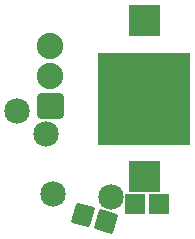
<source format=gts>
G04 MADE WITH FRITZING*
G04 WWW.FRITZING.ORG*
G04 DOUBLE SIDED*
G04 HOLES PLATED*
G04 CONTOUR ON CENTER OF CONTOUR VECTOR*
%ASAXBY*%
%FSLAX23Y23*%
%MOIN*%
%OFA0B0*%
%SFA1.0B1.0*%
%ADD10C,0.088000*%
%ADD11C,0.103000*%
%ADD12C,0.085000*%
%ADD13R,0.309999X0.310000*%
%ADD14R,0.065118X0.069055*%
%ADD15C,0.000100*%
%ADD16C,0.030000*%
%ADD17C,0.010000*%
%ADD18R,0.001000X0.001000*%
%LNMASK1*%
G90*
G70*
G54D10*
X174Y442D03*
X174Y542D03*
X174Y642D03*
G54D11*
X489Y726D03*
X489Y206D03*
X489Y726D03*
X489Y206D03*
G54D12*
X161Y347D03*
X377Y139D03*
X66Y424D03*
X184Y148D03*
G54D13*
X489Y466D03*
G54D14*
X539Y115D03*
X459Y115D03*
G54D15*
G36*
X145Y413D02*
X145Y471D01*
X203Y471D01*
X203Y413D01*
X145Y413D01*
G37*
G54D16*
X145Y413D02*
X145Y471D01*
X203Y471D01*
X203Y413D01*
X145Y413D01*
D02*
G54D15*
G36*
X326Y37D02*
X342Y94D01*
X395Y78D01*
X379Y22D01*
X326Y37D01*
G37*
G54D17*
X326Y37D02*
X342Y94D01*
X395Y78D01*
X379Y22D01*
X326Y37D01*
D02*
G54D15*
G36*
X248Y59D02*
X264Y116D01*
X317Y101D01*
X301Y44D01*
X248Y59D01*
G37*
G54D17*
X248Y59D02*
X264Y116D01*
X317Y101D01*
X301Y44D01*
X248Y59D01*
D02*
G54D18*
X438Y777D02*
X539Y777D01*
X438Y776D02*
X540Y776D01*
X438Y775D02*
X540Y775D01*
X438Y774D02*
X540Y774D01*
X438Y773D02*
X540Y773D01*
X438Y772D02*
X540Y772D01*
X438Y771D02*
X540Y771D01*
X438Y770D02*
X540Y770D01*
X438Y769D02*
X540Y769D01*
X438Y768D02*
X540Y768D01*
X438Y767D02*
X540Y767D01*
X438Y766D02*
X540Y766D01*
X438Y765D02*
X540Y765D01*
X438Y764D02*
X540Y764D01*
X438Y763D02*
X540Y763D01*
X438Y762D02*
X540Y762D01*
X438Y761D02*
X540Y761D01*
X438Y760D02*
X540Y760D01*
X438Y759D02*
X540Y759D01*
X438Y758D02*
X540Y758D01*
X438Y757D02*
X487Y757D01*
X490Y757D02*
X540Y757D01*
X438Y756D02*
X480Y756D01*
X498Y756D02*
X540Y756D01*
X438Y755D02*
X477Y755D01*
X501Y755D02*
X540Y755D01*
X438Y754D02*
X475Y754D01*
X503Y754D02*
X540Y754D01*
X438Y753D02*
X473Y753D01*
X505Y753D02*
X540Y753D01*
X438Y752D02*
X471Y752D01*
X507Y752D02*
X540Y752D01*
X438Y751D02*
X470Y751D01*
X508Y751D02*
X540Y751D01*
X438Y750D02*
X469Y750D01*
X509Y750D02*
X540Y750D01*
X438Y749D02*
X467Y749D01*
X510Y749D02*
X540Y749D01*
X438Y748D02*
X466Y748D01*
X512Y748D02*
X540Y748D01*
X438Y747D02*
X465Y747D01*
X512Y747D02*
X540Y747D01*
X438Y746D02*
X465Y746D01*
X513Y746D02*
X540Y746D01*
X438Y745D02*
X464Y745D01*
X514Y745D02*
X540Y745D01*
X438Y744D02*
X463Y744D01*
X515Y744D02*
X540Y744D01*
X438Y743D02*
X462Y743D01*
X516Y743D02*
X540Y743D01*
X438Y742D02*
X462Y742D01*
X516Y742D02*
X540Y742D01*
X438Y741D02*
X461Y741D01*
X517Y741D02*
X540Y741D01*
X438Y740D02*
X460Y740D01*
X518Y740D02*
X540Y740D01*
X438Y739D02*
X460Y739D01*
X518Y739D02*
X540Y739D01*
X438Y738D02*
X459Y738D01*
X518Y738D02*
X540Y738D01*
X438Y737D02*
X459Y737D01*
X519Y737D02*
X540Y737D01*
X438Y736D02*
X459Y736D01*
X519Y736D02*
X540Y736D01*
X438Y735D02*
X458Y735D01*
X520Y735D02*
X540Y735D01*
X438Y734D02*
X458Y734D01*
X520Y734D02*
X540Y734D01*
X438Y733D02*
X458Y733D01*
X520Y733D02*
X540Y733D01*
X438Y732D02*
X458Y732D01*
X520Y732D02*
X540Y732D01*
X438Y731D02*
X457Y731D01*
X520Y731D02*
X540Y731D01*
X438Y730D02*
X457Y730D01*
X521Y730D02*
X540Y730D01*
X438Y729D02*
X457Y729D01*
X521Y729D02*
X540Y729D01*
X438Y728D02*
X457Y728D01*
X521Y728D02*
X540Y728D01*
X438Y727D02*
X457Y727D01*
X521Y727D02*
X540Y727D01*
X438Y726D02*
X457Y726D01*
X521Y726D02*
X540Y726D01*
X438Y725D02*
X457Y725D01*
X521Y725D02*
X540Y725D01*
X438Y724D02*
X457Y724D01*
X521Y724D02*
X540Y724D01*
X438Y723D02*
X457Y723D01*
X521Y723D02*
X540Y723D01*
X438Y722D02*
X457Y722D01*
X521Y722D02*
X540Y722D01*
X438Y721D02*
X457Y721D01*
X521Y721D02*
X540Y721D01*
X438Y720D02*
X457Y720D01*
X520Y720D02*
X540Y720D01*
X438Y719D02*
X458Y719D01*
X520Y719D02*
X540Y719D01*
X438Y718D02*
X458Y718D01*
X520Y718D02*
X540Y718D01*
X438Y717D02*
X458Y717D01*
X520Y717D02*
X540Y717D01*
X438Y716D02*
X458Y716D01*
X520Y716D02*
X540Y716D01*
X438Y715D02*
X459Y715D01*
X519Y715D02*
X540Y715D01*
X438Y714D02*
X459Y714D01*
X519Y714D02*
X540Y714D01*
X438Y713D02*
X460Y713D01*
X518Y713D02*
X540Y713D01*
X438Y712D02*
X460Y712D01*
X518Y712D02*
X540Y712D01*
X438Y711D02*
X461Y711D01*
X517Y711D02*
X540Y711D01*
X438Y710D02*
X461Y710D01*
X517Y710D02*
X540Y710D01*
X438Y709D02*
X462Y709D01*
X516Y709D02*
X540Y709D01*
X438Y708D02*
X462Y708D01*
X516Y708D02*
X540Y708D01*
X438Y707D02*
X463Y707D01*
X515Y707D02*
X540Y707D01*
X438Y706D02*
X464Y706D01*
X514Y706D02*
X540Y706D01*
X438Y705D02*
X465Y705D01*
X513Y705D02*
X540Y705D01*
X438Y704D02*
X466Y704D01*
X512Y704D02*
X540Y704D01*
X438Y703D02*
X467Y703D01*
X511Y703D02*
X540Y703D01*
X438Y702D02*
X468Y702D01*
X510Y702D02*
X540Y702D01*
X438Y701D02*
X469Y701D01*
X509Y701D02*
X540Y701D01*
X438Y700D02*
X470Y700D01*
X508Y700D02*
X540Y700D01*
X438Y699D02*
X472Y699D01*
X506Y699D02*
X540Y699D01*
X438Y698D02*
X473Y698D01*
X505Y698D02*
X540Y698D01*
X438Y697D02*
X475Y697D01*
X503Y697D02*
X540Y697D01*
X438Y696D02*
X478Y696D01*
X500Y696D02*
X540Y696D01*
X438Y695D02*
X481Y695D01*
X497Y695D02*
X540Y695D01*
X438Y694D02*
X540Y694D01*
X438Y693D02*
X540Y693D01*
X438Y692D02*
X540Y692D01*
X438Y691D02*
X540Y691D01*
X438Y690D02*
X540Y690D01*
X438Y689D02*
X540Y689D01*
X438Y688D02*
X540Y688D01*
X438Y687D02*
X540Y687D01*
X438Y686D02*
X540Y686D01*
X438Y685D02*
X540Y685D01*
X438Y684D02*
X540Y684D01*
X438Y683D02*
X540Y683D01*
X438Y682D02*
X540Y682D01*
X438Y681D02*
X540Y681D01*
X438Y680D02*
X540Y680D01*
X438Y679D02*
X540Y679D01*
X438Y678D02*
X540Y678D01*
X438Y677D02*
X540Y677D01*
X438Y676D02*
X540Y676D01*
X438Y675D02*
X540Y675D01*
X438Y257D02*
X540Y257D01*
X438Y256D02*
X540Y256D01*
X438Y255D02*
X540Y255D01*
X438Y254D02*
X540Y254D01*
X438Y253D02*
X540Y253D01*
X438Y252D02*
X540Y252D01*
X438Y251D02*
X540Y251D01*
X438Y250D02*
X540Y250D01*
X438Y249D02*
X540Y249D01*
X438Y248D02*
X540Y248D01*
X438Y247D02*
X540Y247D01*
X438Y246D02*
X540Y246D01*
X438Y245D02*
X540Y245D01*
X438Y244D02*
X540Y244D01*
X438Y243D02*
X540Y243D01*
X438Y242D02*
X540Y242D01*
X438Y241D02*
X540Y241D01*
X438Y240D02*
X540Y240D01*
X438Y239D02*
X540Y239D01*
X438Y238D02*
X540Y238D01*
X438Y237D02*
X483Y237D01*
X495Y237D02*
X540Y237D01*
X438Y236D02*
X479Y236D01*
X499Y236D02*
X540Y236D01*
X438Y235D02*
X476Y235D01*
X502Y235D02*
X540Y235D01*
X438Y234D02*
X474Y234D01*
X504Y234D02*
X540Y234D01*
X438Y233D02*
X472Y233D01*
X506Y233D02*
X540Y233D01*
X438Y232D02*
X471Y232D01*
X507Y232D02*
X540Y232D01*
X438Y231D02*
X469Y231D01*
X509Y231D02*
X540Y231D01*
X438Y230D02*
X468Y230D01*
X510Y230D02*
X540Y230D01*
X438Y229D02*
X467Y229D01*
X511Y229D02*
X540Y229D01*
X438Y228D02*
X466Y228D01*
X512Y228D02*
X540Y228D01*
X438Y227D02*
X465Y227D01*
X513Y227D02*
X540Y227D01*
X438Y226D02*
X464Y226D01*
X514Y226D02*
X540Y226D01*
X438Y225D02*
X463Y225D01*
X515Y225D02*
X540Y225D01*
X438Y224D02*
X463Y224D01*
X515Y224D02*
X540Y224D01*
X438Y223D02*
X462Y223D01*
X516Y223D02*
X540Y223D01*
X438Y222D02*
X461Y222D01*
X517Y222D02*
X540Y222D01*
X438Y221D02*
X461Y221D01*
X517Y221D02*
X540Y221D01*
X438Y220D02*
X460Y220D01*
X518Y220D02*
X540Y220D01*
X438Y219D02*
X460Y219D01*
X518Y219D02*
X540Y219D01*
X438Y218D02*
X459Y218D01*
X519Y218D02*
X540Y218D01*
X438Y217D02*
X459Y217D01*
X519Y217D02*
X540Y217D01*
X438Y216D02*
X459Y216D01*
X519Y216D02*
X540Y216D01*
X438Y215D02*
X458Y215D01*
X520Y215D02*
X540Y215D01*
X438Y214D02*
X458Y214D01*
X520Y214D02*
X540Y214D01*
X438Y213D02*
X458Y213D01*
X520Y213D02*
X540Y213D01*
X438Y212D02*
X458Y212D01*
X520Y212D02*
X540Y212D01*
X438Y211D02*
X457Y211D01*
X521Y211D02*
X540Y211D01*
X438Y210D02*
X457Y210D01*
X521Y210D02*
X540Y210D01*
X438Y209D02*
X457Y209D01*
X521Y209D02*
X540Y209D01*
X438Y208D02*
X457Y208D01*
X521Y208D02*
X540Y208D01*
X438Y207D02*
X457Y207D01*
X521Y207D02*
X540Y207D01*
X438Y206D02*
X457Y206D01*
X521Y206D02*
X540Y206D01*
X438Y205D02*
X457Y205D01*
X521Y205D02*
X540Y205D01*
X438Y204D02*
X457Y204D01*
X521Y204D02*
X540Y204D01*
X438Y203D02*
X457Y203D01*
X521Y203D02*
X540Y203D01*
X438Y202D02*
X457Y202D01*
X521Y202D02*
X540Y202D01*
X438Y201D02*
X457Y201D01*
X521Y201D02*
X540Y201D01*
X438Y200D02*
X458Y200D01*
X520Y200D02*
X540Y200D01*
X438Y199D02*
X458Y199D01*
X520Y199D02*
X540Y199D01*
X438Y198D02*
X458Y198D01*
X520Y198D02*
X540Y198D01*
X438Y197D02*
X458Y197D01*
X520Y197D02*
X540Y197D01*
X438Y196D02*
X459Y196D01*
X519Y196D02*
X540Y196D01*
X438Y195D02*
X459Y195D01*
X519Y195D02*
X540Y195D01*
X438Y194D02*
X459Y194D01*
X519Y194D02*
X540Y194D01*
X438Y193D02*
X460Y193D01*
X518Y193D02*
X540Y193D01*
X438Y192D02*
X460Y192D01*
X518Y192D02*
X540Y192D01*
X438Y191D02*
X461Y191D01*
X517Y191D02*
X540Y191D01*
X438Y190D02*
X461Y190D01*
X517Y190D02*
X540Y190D01*
X438Y189D02*
X462Y189D01*
X516Y189D02*
X540Y189D01*
X438Y188D02*
X463Y188D01*
X515Y188D02*
X540Y188D01*
X438Y187D02*
X463Y187D01*
X515Y187D02*
X540Y187D01*
X438Y186D02*
X464Y186D01*
X514Y186D02*
X540Y186D01*
X438Y185D02*
X465Y185D01*
X513Y185D02*
X540Y185D01*
X438Y184D02*
X466Y184D01*
X512Y184D02*
X540Y184D01*
X438Y183D02*
X467Y183D01*
X511Y183D02*
X540Y183D01*
X438Y182D02*
X468Y182D01*
X510Y182D02*
X540Y182D01*
X438Y181D02*
X469Y181D01*
X508Y181D02*
X540Y181D01*
X438Y180D02*
X471Y180D01*
X507Y180D02*
X540Y180D01*
X438Y179D02*
X472Y179D01*
X506Y179D02*
X540Y179D01*
X438Y178D02*
X474Y178D01*
X504Y178D02*
X540Y178D01*
X438Y177D02*
X476Y177D01*
X502Y177D02*
X540Y177D01*
X438Y176D02*
X479Y176D01*
X499Y176D02*
X540Y176D01*
X438Y175D02*
X483Y175D01*
X495Y175D02*
X540Y175D01*
X438Y174D02*
X540Y174D01*
X438Y173D02*
X540Y173D01*
X438Y172D02*
X540Y172D01*
X438Y171D02*
X540Y171D01*
X438Y170D02*
X540Y170D01*
X438Y169D02*
X540Y169D01*
X438Y168D02*
X540Y168D01*
X438Y167D02*
X540Y167D01*
X438Y166D02*
X540Y166D01*
X438Y165D02*
X540Y165D01*
X438Y164D02*
X540Y164D01*
X438Y163D02*
X540Y163D01*
X438Y162D02*
X540Y162D01*
X438Y161D02*
X540Y161D01*
X438Y160D02*
X540Y160D01*
X438Y159D02*
X540Y159D01*
X438Y158D02*
X540Y158D01*
X438Y157D02*
X540Y157D01*
X438Y156D02*
X540Y156D01*
X438Y155D02*
X540Y155D01*
D02*
G04 End of Mask1*
M02*
</source>
